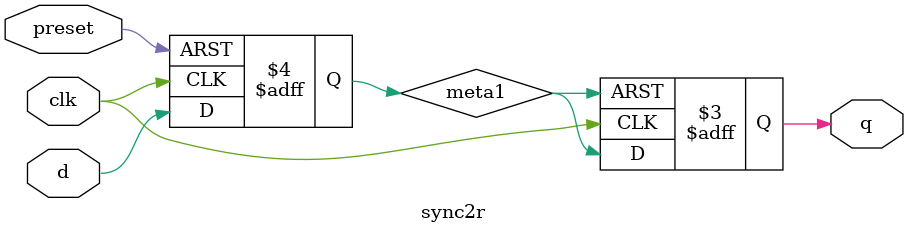
<source format=v>
/*****************************************************************************/
//
// Description     : 2 stage synchronizer with preset, often used to
// 			synchronize async resets
//
//-----------------------------------------------------------------------------
//
// Copyright (c) 2016 Micron Technology, Inc. All Rights Reserved.
// This source code contains confidential information and trade secrets of
// Micron Technology, Inc.  Use, disclosure, or reproduction is prohibited
// without the prior express written permission of Micron Technology, Inc.
//
/*****************************************************************************/
/* $Id: sync2r.vpp,v 1.1 2015/01/19 23:17:20 dwalker Exp $ */

`timescale 1 ns / 1 ps

`include "PicoDefines.v"

module sync2r (/*AUTOARG*/
   // Outputs
   q,
   // Inputs
   clk, preset, d
   ) ;
   
   parameter WIDTH = 1;

   /* ----------        port declarations     ---------- */

   input		clk;
   input		preset;
   input  [WIDTH-1:0]	d;

   output [WIDTH-1:0]	q;

   /* ----------         include files        ---------- */
   /* ----------          wires & regs        ---------- */

   // synchronize the source signals
`ifdef ALTERA_FPGA
   (* syn_replicate = 0 *)
   (* altera_attribute = "-name AUTO_SHIFT_REGISTER_RECOGNITION OFF" *)
   (* syn_preserve = 1 *)
   (* noprune = 1 *)
`else
   (* register_duplication = "no" *)
   (* shreg_extract = "no" *)
   (* equivalent_register_removal = "no" *)
   (* S = "TRUE" *)
   (* KEEP = "TRUE" *)
   (* DONT_TOUCH = "TRUE" *)
`endif
   reg    [WIDTH-1:0]   meta1;
   reg    [WIDTH-1:0]   q;

   /* ----------      combinatorial blocks    ---------- */
   /* ----------      external module calls   ---------- */
   /* ----------            registers         ---------- */

   always @(posedge clk or posedge preset) begin
      if (preset) begin
         meta1 <= {WIDTH{1'b1}};
      end else begin
         meta1 <= d;
      end
   end

   always @(posedge clk or posedge meta1) begin
      if (meta1) begin
         q <= {WIDTH{1'b1}};
      end else begin
         q <= // synopsys translate_off
              // variable latency
              (^$random) ? d :
              // synopsys translate_on
              meta1;
      end
   end

   /* ---------- debug & synopsys off blocks  ---------- */
   
endmodule // sync2r

</source>
